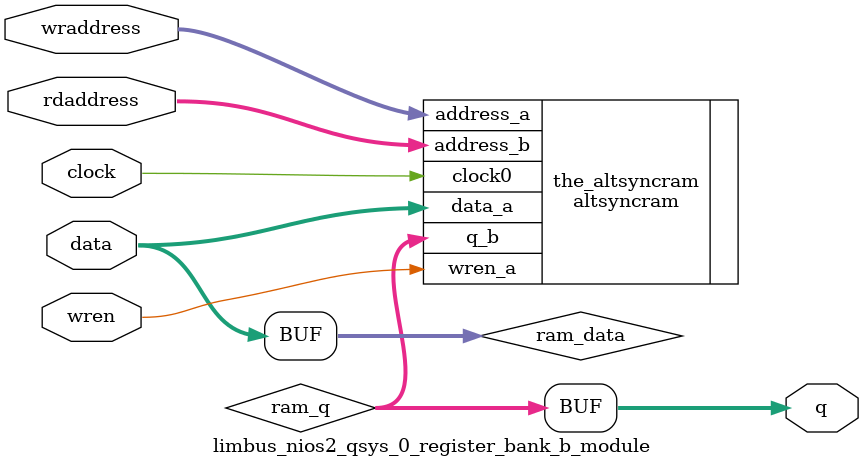
<source format=v>
module limbus_nios2_qsys_0_register_bank_b_module (
                                                    // inputs:
                                                     clock,
                                                     data,
                                                     rdaddress,
                                                     wraddress,
                                                     wren,
                                                    // outputs:
                                                     q
                                                  )
;
  parameter lpm_file = "UNUSED";
  output  [ 31: 0] q;
  input            clock;
  input   [ 31: 0] data;
  input   [  4: 0] rdaddress;
  input   [  4: 0] wraddress;
  input            wren;
  wire    [ 31: 0] q;
  wire    [ 31: 0] ram_data;
  wire    [ 31: 0] ram_q;
  assign q = ram_q;
  assign ram_data = data;
  altsyncram the_altsyncram
    (
      .address_a (wraddress),
      .address_b (rdaddress),
      .clock0 (clock),
      .data_a (ram_data),
      .q_b (ram_q),
      .wren_a (wren)
    );
  defparam the_altsyncram.address_reg_b = "CLOCK0",
           the_altsyncram.init_file = lpm_file,
           the_altsyncram.maximum_depth = 0,
           the_altsyncram.numwords_a = 32,
           the_altsyncram.numwords_b = 32,
           the_altsyncram.operation_mode = "DUAL_PORT",
           the_altsyncram.outdata_reg_b = "UNREGISTERED",
           the_altsyncram.ram_block_type = "AUTO",
           the_altsyncram.rdcontrol_reg_b = "CLOCK0",
           the_altsyncram.read_during_write_mode_mixed_ports = "DONT_CARE",
           the_altsyncram.width_a = 32,
           the_altsyncram.width_b = 32,
           the_altsyncram.widthad_a = 5,
           the_altsyncram.widthad_b = 5;
endmodule
</source>
